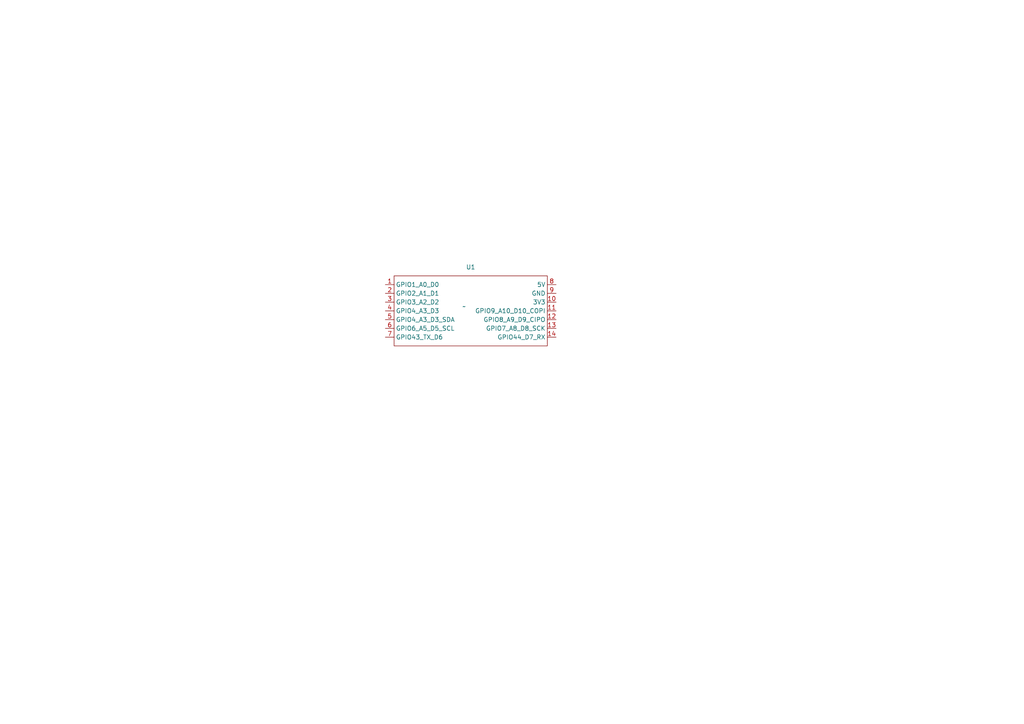
<source format=kicad_sch>
(kicad_sch (version 20230121) (generator eeschema)
  (paper "A4")
  (lib_symbols
    (symbol "demo:XIAO_ESP32_SENSE"
      (property "Reference" "U" (at 0 0 0))
      (symbol "XIAO_ESP32_SENSE_0_1"
        (polyline (pts (xy -20.32 8.89) (xy -20.32 -11.43) (xy 24.13 -11.43) (xy 24.13 8.89) (xy -20.32 8.89)))
      )
      (symbol "XIAO_ESP32_SENSE_1_1"
        (pin bidirectional line (at -22.86 6.35 0) (length 2.54) (name "GPIO1_A0_D0") (number "1"))
        (pin bidirectional line (at 26.67 1.27 180) (length 2.54) (name "3V3") (number "10"))
        (pin bidirectional line (at 26.67 -1.27 180) (length 2.54) (name "GPIO9_A10_D10_COPI") (number "11"))
        (pin bidirectional line (at 26.67 -3.81 180) (length 2.54) (name "GPIO8_A9_D9_CIPO") (number "12"))
        (pin bidirectional line (at 26.67 -6.35 180) (length 2.54) (name "GPIO7_A8_D8_SCK") (number "13"))
        (pin bidirectional line (at 26.67 -8.89 180) (length 2.54) (name "GPIO44_D7_RX") (number "14"))
        (pin bidirectional line (at -22.86 3.81 0) (length 2.54) (name "GPIO2_A1_D1") (number "2"))
        (pin bidirectional line (at -22.86 1.27 0) (length 2.54) (name "GPIO3_A2_D2") (number "3"))
        (pin bidirectional line (at -22.86 -1.27 0) (length 2.54) (name "GPIO4_A3_D3") (number "4"))
        (pin bidirectional line (at -22.86 -3.81 0) (length 2.54) (name "GPIO4_A3_D3_SDA") (number "5"))
        (pin bidirectional line (at -22.86 -6.35 0) (length 2.54) (name "GPIO6_A5_D5_SCL") (number "6"))
        (pin bidirectional line (at -22.86 -8.89 0) (length 2.54) (name "GPIO43_TX_D6") (number "7"))
        (pin bidirectional line (at 26.67 6.35 180) (length 2.54) (name "5V") (number "8"))
        (pin bidirectional line (at 26.67 3.81 180) (length 2.54) (name "GND") (number "9"))
      )
    )
  )
  (symbol (lib_id "demo:XIAO_ESP32_SENSE") (at 134.62 88.9 0) (unit 1)
    (property "Reference" "U1" (at 136.525 77.47 0))
    (property "Value" "~" (at 134.62 88.9 0))
  )
)
</source>
